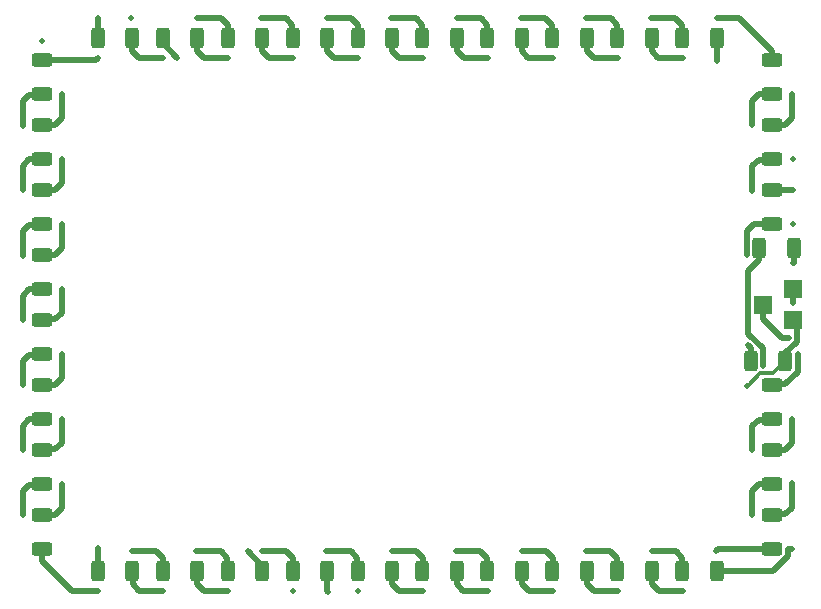
<source format=gbr>
%TF.GenerationSoftware,KiCad,Pcbnew,(7.0.0)*%
%TF.CreationDate,2023-07-18T21:43:11+02:00*%
%TF.ProjectId,Catcar_Ringlight,43617463-6172-45f5-9269-6e676c696768,1.0*%
%TF.SameCoordinates,Original*%
%TF.FileFunction,Copper,L4,Bot*%
%TF.FilePolarity,Positive*%
%FSLAX46Y46*%
G04 Gerber Fmt 4.6, Leading zero omitted, Abs format (unit mm)*
G04 Created by KiCad (PCBNEW (7.0.0)) date 2023-07-18 21:43:11*
%MOMM*%
%LPD*%
G01*
G04 APERTURE LIST*
G04 Aperture macros list*
%AMRoundRect*
0 Rectangle with rounded corners*
0 $1 Rounding radius*
0 $2 $3 $4 $5 $6 $7 $8 $9 X,Y pos of 4 corners*
0 Add a 4 corners polygon primitive as box body*
4,1,4,$2,$3,$4,$5,$6,$7,$8,$9,$2,$3,0*
0 Add four circle primitives for the rounded corners*
1,1,$1+$1,$2,$3*
1,1,$1+$1,$4,$5*
1,1,$1+$1,$6,$7*
1,1,$1+$1,$8,$9*
0 Add four rect primitives between the rounded corners*
20,1,$1+$1,$2,$3,$4,$5,0*
20,1,$1+$1,$4,$5,$6,$7,0*
20,1,$1+$1,$6,$7,$8,$9,0*
20,1,$1+$1,$8,$9,$2,$3,0*%
G04 Aperture macros list end*
%TA.AperFunction,SMDPad,CuDef*%
%ADD10R,1.500000X1.500000*%
%TD*%
%TA.AperFunction,SMDPad,CuDef*%
%ADD11RoundRect,0.250000X0.625000X-0.312500X0.625000X0.312500X-0.625000X0.312500X-0.625000X-0.312500X0*%
%TD*%
%TA.AperFunction,SMDPad,CuDef*%
%ADD12RoundRect,0.250000X0.312500X0.625000X-0.312500X0.625000X-0.312500X-0.625000X0.312500X-0.625000X0*%
%TD*%
%TA.AperFunction,SMDPad,CuDef*%
%ADD13RoundRect,0.250000X-0.625000X0.312500X-0.625000X-0.312500X0.625000X-0.312500X0.625000X0.312500X0*%
%TD*%
%TA.AperFunction,SMDPad,CuDef*%
%ADD14RoundRect,0.250000X-0.312500X-0.625000X0.312500X-0.625000X0.312500X0.625000X-0.312500X0.625000X0*%
%TD*%
%TA.AperFunction,ViaPad*%
%ADD15C,0.500000*%
%TD*%
%TA.AperFunction,Conductor*%
%ADD16C,0.500000*%
%TD*%
%TA.AperFunction,Conductor*%
%ADD17C,0.350000*%
%TD*%
G04 APERTURE END LIST*
D10*
%TO.P,J3,1,Pin_1*%
%TO.N,VCCO*%
X132649999Y-101349999D03*
%TD*%
%TO.P,J2,1,Pin_1*%
%TO.N,GND*%
X130099999Y-100049999D03*
%TD*%
%TO.P,J1,1,Pin_1*%
%TO.N,VCCW*%
X132649999Y-98749999D03*
%TD*%
D11*
%TO.P,R36,1*%
%TO.N,Net-(D35-K)*%
X69100000Y-82262500D03*
%TO.P,R36,2*%
%TO.N,Net-(D36-A)*%
X69100000Y-79337500D03*
%TD*%
%TO.P,R35,1*%
%TO.N,Net-(D34-K)*%
X69100000Y-93262500D03*
%TO.P,R35,2*%
%TO.N,Net-(D35-A)*%
X69100000Y-90337500D03*
%TD*%
%TO.P,R34,1*%
%TO.N,Net-(D33-K)*%
X69100000Y-104262500D03*
%TO.P,R34,2*%
%TO.N,Net-(D34-A)*%
X69100000Y-101337500D03*
%TD*%
%TO.P,R33,1*%
%TO.N,Net-(D32-K)*%
X69100000Y-115262500D03*
%TO.P,R33,2*%
%TO.N,Net-(D33-A)*%
X69100000Y-112337500D03*
%TD*%
D12*
%TO.P,R32,1*%
%TO.N,Net-(D31-K)*%
X76712500Y-122600000D03*
%TO.P,R32,2*%
%TO.N,Net-(D32-A)*%
X73787500Y-122600000D03*
%TD*%
%TO.P,R31,1*%
%TO.N,VCCO*%
X87712500Y-122600000D03*
%TO.P,R31,2*%
%TO.N,Net-(D31-A)*%
X84787500Y-122600000D03*
%TD*%
D11*
%TO.P,R30,1*%
%TO.N,Net-(D29-K)*%
X69100000Y-87762500D03*
%TO.P,R30,2*%
%TO.N,Net-(D30-A)*%
X69100000Y-84837500D03*
%TD*%
%TO.P,R29,1*%
%TO.N,Net-(D28-K)*%
X69100000Y-98762500D03*
%TO.P,R29,2*%
%TO.N,Net-(D29-A)*%
X69100000Y-95837500D03*
%TD*%
%TO.P,R28,1*%
%TO.N,Net-(D27-K)*%
X69100000Y-109762500D03*
%TO.P,R28,2*%
%TO.N,Net-(D28-A)*%
X69100000Y-106837500D03*
%TD*%
%TO.P,R27,1*%
%TO.N,Net-(D26-K)*%
X69100000Y-120762500D03*
%TO.P,R27,2*%
%TO.N,Net-(D27-A)*%
X69100000Y-117837500D03*
%TD*%
D12*
%TO.P,R26,1*%
%TO.N,Net-(D25-K)*%
X82212500Y-122600000D03*
%TO.P,R26,2*%
%TO.N,Net-(D26-A)*%
X79287500Y-122600000D03*
%TD*%
%TO.P,R25,1*%
%TO.N,VCCW*%
X93212500Y-122600000D03*
%TO.P,R25,2*%
%TO.N,Net-(D25-A)*%
X90287500Y-122600000D03*
%TD*%
%TO.P,R24,2*%
%TO.N,Net-(D24-A)*%
X95787500Y-122600000D03*
%TO.P,R24,1*%
%TO.N,Net-(D23-K)*%
X98712500Y-122600000D03*
%TD*%
%TO.P,R23,2*%
%TO.N,Net-(D23-A)*%
X106787500Y-122600000D03*
%TO.P,R23,1*%
%TO.N,Net-(D22-K)*%
X109712500Y-122600000D03*
%TD*%
%TO.P,R22,2*%
%TO.N,Net-(D22-A)*%
X117787500Y-122600000D03*
%TO.P,R22,1*%
%TO.N,Net-(D21-K)*%
X120712500Y-122600000D03*
%TD*%
D13*
%TO.P,R21,2*%
%TO.N,Net-(D21-A)*%
X130900000Y-120762500D03*
%TO.P,R21,1*%
%TO.N,Net-(D20-K)*%
X130900000Y-117837500D03*
%TD*%
%TO.P,R20,1*%
%TO.N,Net-(D19-K)*%
X130900000Y-106837500D03*
%TO.P,R20,2*%
%TO.N,Net-(D20-A)*%
X130900000Y-109762500D03*
%TD*%
D12*
%TO.P,R19,1*%
%TO.N,VCCO*%
X132012500Y-104850000D03*
%TO.P,R19,2*%
%TO.N,Net-(D19-A)*%
X129087500Y-104850000D03*
%TD*%
%TO.P,R18,2*%
%TO.N,Net-(D18-A)*%
X101287500Y-122600000D03*
%TO.P,R18,1*%
%TO.N,Net-(D17-K)*%
X104212500Y-122600000D03*
%TD*%
%TO.P,R17,2*%
%TO.N,Net-(D17-A)*%
X112287500Y-122600000D03*
%TO.P,R17,1*%
%TO.N,Net-(D16-K)*%
X115212500Y-122600000D03*
%TD*%
%TO.P,R16,2*%
%TO.N,Net-(D16-A)*%
X123287500Y-122600000D03*
%TO.P,R16,1*%
%TO.N,Net-(D15-K)*%
X126212500Y-122600000D03*
%TD*%
D13*
%TO.P,R15,1*%
%TO.N,Net-(D14-K)*%
X130900000Y-112337500D03*
%TO.P,R15,2*%
%TO.N,Net-(D15-A)*%
X130900000Y-115262500D03*
%TD*%
D12*
%TO.P,R14,2*%
%TO.N,Net-(D14-A)*%
X129787500Y-95250000D03*
%TO.P,R14,1*%
%TO.N,Net-(D13-K)*%
X132712500Y-95250000D03*
%TD*%
D13*
%TO.P,R13,1*%
%TO.N,VCCW*%
X130900000Y-90337500D03*
%TO.P,R13,2*%
%TO.N,Net-(D13-A)*%
X130900000Y-93262500D03*
%TD*%
%TO.P,R12,2*%
%TO.N,Net-(D12-A)*%
X130900000Y-87762500D03*
%TO.P,R12,1*%
%TO.N,Net-(D11-K)*%
X130900000Y-84837500D03*
%TD*%
D14*
%TO.P,R11,1*%
%TO.N,Net-(D10-K)*%
X123287500Y-77500000D03*
%TO.P,R11,2*%
%TO.N,Net-(D11-A)*%
X126212500Y-77500000D03*
%TD*%
%TO.P,R10,1*%
%TO.N,Net-(D9-K)*%
X112287500Y-77500000D03*
%TO.P,R10,2*%
%TO.N,Net-(D10-A)*%
X115212500Y-77500000D03*
%TD*%
D13*
%TO.P,R6,2*%
%TO.N,Net-(D6-A)*%
X130900000Y-82262500D03*
%TO.P,R6,1*%
%TO.N,Net-(D5-K)*%
X130900000Y-79337500D03*
%TD*%
D14*
%TO.P,R5,1*%
%TO.N,Net-(D4-K)*%
X117787500Y-77500000D03*
%TO.P,R5,2*%
%TO.N,Net-(D5-A)*%
X120712500Y-77500000D03*
%TD*%
%TO.P,R4,1*%
%TO.N,Net-(D3-K)*%
X106787500Y-77500000D03*
%TO.P,R4,2*%
%TO.N,Net-(D4-A)*%
X109712500Y-77500000D03*
%TD*%
%TO.P,R9,1*%
%TO.N,Net-(D8-K)*%
X101287500Y-77500000D03*
%TO.P,R9,2*%
%TO.N,Net-(D9-A)*%
X104212500Y-77500000D03*
%TD*%
%TO.P,R8,1*%
%TO.N,Net-(D7-K)*%
X90287500Y-77500000D03*
%TO.P,R8,2*%
%TO.N,Net-(D8-A)*%
X93212500Y-77500000D03*
%TD*%
%TO.P,R7,1*%
%TO.N,VCCO*%
X79287500Y-77500000D03*
%TO.P,R7,2*%
%TO.N,Net-(D7-A)*%
X82212500Y-77500000D03*
%TD*%
%TO.P,R3,1*%
%TO.N,Net-(D2-K)*%
X95787500Y-77500000D03*
%TO.P,R3,2*%
%TO.N,Net-(D3-A)*%
X98712500Y-77500000D03*
%TD*%
%TO.P,R2,1*%
%TO.N,Net-(D1-K)*%
X84787500Y-77500000D03*
%TO.P,R2,2*%
%TO.N,Net-(D2-A)*%
X87712500Y-77500000D03*
%TD*%
%TO.P,R1,2*%
%TO.N,Net-(D1-A)*%
X76712500Y-77500000D03*
%TO.P,R1,1*%
%TO.N,VCCW*%
X73787500Y-77500000D03*
%TD*%
D15*
%TO.N,VCCO*%
X128800000Y-106950000D03*
X80500000Y-79150000D03*
X86500000Y-120950000D03*
%TO.N,GND*%
X132300000Y-102900000D03*
%TO.N,VCCW*%
X132650000Y-99900000D03*
X73800000Y-75750000D03*
X93250000Y-124349502D03*
X132650000Y-90350000D03*
%TO.N,GND*%
X90350000Y-124300000D03*
X132650000Y-87750000D03*
X132650000Y-93200000D03*
X95850000Y-124300000D03*
X69100000Y-77750000D03*
X76650000Y-75800000D03*
%TO.N,Net-(D14-A)*%
X130100000Y-105249502D03*
%TO.N,Net-(D13-K)*%
X132700000Y-96550000D03*
%TO.N,Net-(D19-A)*%
X128850000Y-103500000D03*
%TO.N,Net-(D33-A)*%
X70775000Y-109700000D03*
%TO.N,Net-(D32-A)*%
X73800000Y-120700000D03*
%TO.N,Net-(D32-K)*%
X67425000Y-117900000D03*
%TO.N,Net-(D31-A)*%
X82150000Y-120925000D03*
%TO.N,Net-(D31-K)*%
X79350000Y-124275000D03*
%TO.N,Net-(D27-A)*%
X70775000Y-115225000D03*
%TO.N,Net-(D26-A)*%
X76677500Y-120925000D03*
%TO.N,Net-(D26-K)*%
X73825000Y-124275000D03*
%TO.N,Net-(D25-A)*%
X87675000Y-120925000D03*
%TO.N,Net-(D25-K)*%
X84822500Y-124275000D03*
%TO.N,Net-(D29-A)*%
X70775000Y-93237500D03*
%TO.N,Net-(D28-A)*%
X70775000Y-104237500D03*
%TO.N,Net-(D30-A)*%
X70775000Y-82237500D03*
%TO.N,Net-(D34-A)*%
X70775000Y-98700000D03*
%TO.N,Net-(D35-A)*%
X70775000Y-87700000D03*
%TO.N,Net-(D36-A)*%
X73850000Y-79175000D03*
%TO.N,Net-(D27-K)*%
X67425000Y-112375000D03*
%TO.N,Net-(D28-K)*%
X67425000Y-101375000D03*
%TO.N,Net-(D29-K)*%
X67425000Y-90350000D03*
%TO.N,Net-(D33-K)*%
X67425000Y-106900000D03*
%TO.N,Net-(D34-K)*%
X67425000Y-95900000D03*
%TO.N,Net-(D35-K)*%
X67425000Y-84900000D03*
%TO.N,Net-(D21-A)*%
X126150000Y-120925000D03*
%TO.N,Net-(D20-A)*%
X129225000Y-112400000D03*
%TO.N,Net-(D20-K)*%
X132575000Y-115200000D03*
%TO.N,Net-(D19-K)*%
X133100000Y-104200000D03*
%TO.N,Net-(D15-A)*%
X129225000Y-117875000D03*
%TO.N,Net-(D14-K)*%
X132575000Y-109725000D03*
%TO.N,Net-(D13-A)*%
X128750000Y-95875000D03*
%TO.N,Net-(D17-A)*%
X109687500Y-120925000D03*
%TO.N,Net-(D16-A)*%
X120687500Y-120925000D03*
%TO.N,Net-(D18-A)*%
X98687500Y-120925000D03*
%TO.N,Net-(D22-A)*%
X115150000Y-120925000D03*
%TO.N,Net-(D23-A)*%
X104150000Y-120925000D03*
%TO.N,Net-(D24-A)*%
X93150000Y-120925000D03*
%TO.N,Net-(D15-K)*%
X132575000Y-120725000D03*
%TO.N,Net-(D16-K)*%
X117825000Y-124275000D03*
%TO.N,Net-(D17-K)*%
X106800000Y-124275000D03*
%TO.N,Net-(D21-K)*%
X123350000Y-124275000D03*
%TO.N,Net-(D22-K)*%
X112350000Y-124275000D03*
%TO.N,Net-(D23-K)*%
X101350000Y-124275000D03*
%TO.N,Net-(D11-K)*%
X132575000Y-82200000D03*
%TO.N,Net-(D10-K)*%
X120650000Y-75825000D03*
%TO.N,Net-(D9-K)*%
X109650000Y-75825000D03*
%TO.N,Net-(D5-K)*%
X126200000Y-75825000D03*
%TO.N,Net-(D4-K)*%
X115175000Y-75825000D03*
%TO.N,Net-(D3-K)*%
X104175000Y-75825000D03*
%TO.N,Net-(D12-A)*%
X129225000Y-90400000D03*
%TO.N,Net-(D11-A)*%
X126250000Y-79400000D03*
%TO.N,Net-(D10-A)*%
X117850000Y-79175000D03*
%TO.N,Net-(D6-A)*%
X129225000Y-84862500D03*
%TO.N,Net-(D4-A)*%
X112312500Y-79175000D03*
%TO.N,Net-(D5-A)*%
X123312500Y-79175000D03*
%TO.N,Net-(D1-K)*%
X82177500Y-75825000D03*
%TO.N,Net-(D1-A)*%
X79325000Y-79175000D03*
%TO.N,Net-(D2-K)*%
X93175000Y-75825000D03*
%TO.N,Net-(D2-A)*%
X90322500Y-79175000D03*
%TO.N,Net-(D3-A)*%
X101325000Y-79175000D03*
%TO.N,Net-(D7-K)*%
X87650000Y-75825000D03*
%TO.N,Net-(D7-A)*%
X84850000Y-79175000D03*
%TO.N,Net-(D8-K)*%
X98650000Y-75825000D03*
%TO.N,Net-(D8-A)*%
X95850000Y-79175000D03*
%TO.N,Net-(D9-A)*%
X106850000Y-79175000D03*
%TD*%
D16*
%TO.N,VCCO*%
X132012500Y-104177449D02*
X132012500Y-104850000D01*
X133000000Y-103189949D02*
X132012500Y-104177449D01*
X133000000Y-101700000D02*
X133000000Y-103189949D01*
X132650000Y-101350000D02*
X133000000Y-101700000D01*
D17*
X128808883Y-106950000D02*
X128800000Y-106950000D01*
X129884381Y-105874502D02*
X128808883Y-106950000D01*
X130987998Y-105874502D02*
X129884381Y-105874502D01*
X132012500Y-104850000D02*
X130987998Y-105874502D01*
D16*
%TO.N,Net-(D14-A)*%
X128850000Y-102510050D02*
X128850000Y-97250000D01*
X130100000Y-103760050D02*
X128850000Y-102510050D01*
X130100000Y-105249502D02*
X130100000Y-103760050D01*
X128850000Y-97250000D02*
X129787500Y-96312500D01*
X129787500Y-96312500D02*
X129787500Y-95250000D01*
%TO.N,VCCO*%
X79287500Y-77937500D02*
X80500000Y-79150000D01*
X79287500Y-77500000D02*
X79287500Y-77937500D01*
X87712500Y-122162500D02*
X86500000Y-120950000D01*
X87712500Y-122600000D02*
X87712500Y-122162500D01*
%TO.N,GND*%
X131700000Y-102900000D02*
X132300000Y-102900000D01*
X130100000Y-101300000D02*
X131700000Y-102900000D01*
X130100000Y-100050000D02*
X130100000Y-101300000D01*
%TO.N,VCCW*%
X132650000Y-98750000D02*
X132650000Y-99900000D01*
X73787500Y-75762500D02*
X73800000Y-75750000D01*
X73787500Y-77500000D02*
X73787500Y-75762500D01*
X93212500Y-124312002D02*
X93250000Y-124349502D01*
X93212500Y-122600000D02*
X93212500Y-124312002D01*
X132637500Y-90337500D02*
X132650000Y-90350000D01*
X130900000Y-90337500D02*
X132637500Y-90337500D01*
%TO.N,Net-(D11-A)*%
X126250000Y-77537500D02*
X126212500Y-77500000D01*
X126250000Y-79400000D02*
X126250000Y-77537500D01*
%TO.N,Net-(D32-A)*%
X73800000Y-122587500D02*
X73787500Y-122600000D01*
X73800000Y-120700000D02*
X73800000Y-122587500D01*
%TO.N,Net-(D13-K)*%
X132712500Y-96537500D02*
X132700000Y-96550000D01*
X132712500Y-95250000D02*
X132712500Y-96537500D01*
%TO.N,Net-(D19-A)*%
X129087500Y-103737500D02*
X128850000Y-103500000D01*
X129087500Y-104850000D02*
X129087500Y-103737500D01*
%TO.N,Net-(D19-K)*%
X132012500Y-106812500D02*
X130900000Y-106812500D01*
X133100000Y-105725000D02*
X132012500Y-106812500D01*
X133100000Y-104200000D02*
X133100000Y-105725000D01*
%TO.N,Net-(D13-A)*%
X129337500Y-93262500D02*
X130900000Y-93262500D01*
X128750000Y-93850000D02*
X129337500Y-93262500D01*
X128750000Y-95875000D02*
X128750000Y-93850000D01*
%TO.N,Net-(D5-K)*%
X130900000Y-78600000D02*
X130900000Y-79337500D01*
X126200000Y-75825000D02*
X128125000Y-75825000D01*
X128125000Y-75825000D02*
X130900000Y-78600000D01*
%TO.N,Net-(D15-K)*%
X132225000Y-120750000D02*
X132225000Y-121364949D01*
X132250000Y-120725000D02*
X132225000Y-120750000D01*
X132225000Y-121364949D02*
X130989949Y-122600000D01*
X132575000Y-120725000D02*
X132250000Y-120725000D01*
X130989949Y-122600000D02*
X126212500Y-122600000D01*
%TO.N,Net-(D21-A)*%
X126312500Y-120762500D02*
X126150000Y-120925000D01*
X130900000Y-120762500D02*
X126312500Y-120762500D01*
%TO.N,Net-(D26-K)*%
X69100000Y-121800000D02*
X69100000Y-120762500D01*
X71575000Y-124275000D02*
X69100000Y-121800000D01*
X73825000Y-124275000D02*
X71575000Y-124275000D01*
%TO.N,Net-(D36-A)*%
X73687500Y-79337500D02*
X73850000Y-79175000D01*
X69100000Y-79337500D02*
X73687500Y-79337500D01*
%TO.N,Net-(D33-A)*%
X70212500Y-112312500D02*
X69100000Y-112312500D01*
X70775000Y-111750000D02*
X70212500Y-112312500D01*
%TO.N,Net-(D32-K)*%
X67425000Y-115850000D02*
X67987500Y-115287500D01*
X67987500Y-115287500D02*
X69100000Y-115287500D01*
%TO.N,Net-(D31-A)*%
X84762500Y-121487500D02*
X84762500Y-122600000D01*
X84200000Y-120925000D02*
X84762500Y-121487500D01*
%TO.N,Net-(D31-K)*%
X76737500Y-123712500D02*
X76737500Y-122600000D01*
X77300000Y-124275000D02*
X76737500Y-123712500D01*
%TO.N,Net-(D27-A)*%
X70775000Y-117275000D02*
X70212500Y-117837500D01*
X70212500Y-117837500D02*
X69100000Y-117837500D01*
%TO.N,Net-(D26-A)*%
X78727500Y-120925000D02*
X79290000Y-121487500D01*
X79290000Y-121487500D02*
X79290000Y-122600000D01*
%TO.N,Net-(D25-A)*%
X90287500Y-121487500D02*
X90287500Y-122600000D01*
X89725000Y-120925000D02*
X90287500Y-121487500D01*
%TO.N,Net-(D25-K)*%
X82210000Y-123712500D02*
X82210000Y-122600000D01*
X82772500Y-124275000D02*
X82210000Y-123712500D01*
%TO.N,Net-(D29-A)*%
X70775000Y-95287500D02*
X70212500Y-95850000D01*
X70212500Y-95850000D02*
X69100000Y-95850000D01*
%TO.N,Net-(D28-A)*%
X70775000Y-106287500D02*
X70212500Y-106850000D01*
X70212500Y-106850000D02*
X69100000Y-106850000D01*
%TO.N,Net-(D30-A)*%
X70775000Y-84287500D02*
X70212500Y-84850000D01*
X70212500Y-84850000D02*
X69100000Y-84850000D01*
%TO.N,Net-(D34-A)*%
X70212500Y-101312500D02*
X69100000Y-101312500D01*
X70775000Y-100750000D02*
X70212500Y-101312500D01*
%TO.N,Net-(D35-A)*%
X70212500Y-90312500D02*
X69100000Y-90312500D01*
X70775000Y-89750000D02*
X70212500Y-90312500D01*
%TO.N,Net-(D27-K)*%
X67425000Y-110325000D02*
X67987500Y-109762500D01*
X67987500Y-109762500D02*
X69100000Y-109762500D01*
%TO.N,Net-(D28-K)*%
X67425000Y-99325000D02*
X67987500Y-98762500D01*
X67987500Y-98762500D02*
X69100000Y-98762500D01*
%TO.N,Net-(D29-K)*%
X67425000Y-88300000D02*
X67987500Y-87737500D01*
X67987500Y-87737500D02*
X69100000Y-87737500D01*
%TO.N,Net-(D33-K)*%
X67425000Y-104850000D02*
X67987500Y-104287500D01*
X67987500Y-104287500D02*
X69100000Y-104287500D01*
%TO.N,Net-(D34-K)*%
X67425000Y-93850000D02*
X67987500Y-93287500D01*
X67987500Y-93287500D02*
X69100000Y-93287500D01*
%TO.N,Net-(D35-K)*%
X67425000Y-82850000D02*
X67987500Y-82287500D01*
X67987500Y-82287500D02*
X69100000Y-82287500D01*
%TO.N,Net-(D25-A)*%
X89725000Y-120925000D02*
X87675000Y-120925000D01*
%TO.N,Net-(D31-A)*%
X84200000Y-120925000D02*
X82150000Y-120925000D01*
%TO.N,Net-(D26-A)*%
X78727500Y-120925000D02*
X76677500Y-120925000D01*
%TO.N,Net-(D27-A)*%
X70775000Y-117275000D02*
X70775000Y-115225000D01*
%TO.N,Net-(D33-A)*%
X70775000Y-111750000D02*
X70775000Y-109700000D01*
%TO.N,Net-(D28-A)*%
X70775000Y-106287500D02*
X70775000Y-104237500D01*
%TO.N,Net-(D34-A)*%
X70775000Y-100750000D02*
X70775000Y-98700000D01*
%TO.N,Net-(D29-A)*%
X70775000Y-95287500D02*
X70775000Y-93237500D01*
%TO.N,Net-(D35-A)*%
X70775000Y-89750000D02*
X70775000Y-87700000D01*
%TO.N,Net-(D30-A)*%
X70775000Y-84287500D02*
X70775000Y-82237500D01*
%TO.N,Net-(D35-K)*%
X67425000Y-82850000D02*
X67425000Y-84900000D01*
%TO.N,Net-(D29-K)*%
X67425000Y-88300000D02*
X67425000Y-90350000D01*
%TO.N,Net-(D34-K)*%
X67425000Y-93850000D02*
X67425000Y-95900000D01*
%TO.N,Net-(D28-K)*%
X67425000Y-99325000D02*
X67425000Y-101375000D01*
%TO.N,Net-(D33-K)*%
X67425000Y-104850000D02*
X67425000Y-106900000D01*
%TO.N,Net-(D27-K)*%
X67425000Y-110325000D02*
X67425000Y-112375000D01*
%TO.N,Net-(D32-K)*%
X67425000Y-115850000D02*
X67425000Y-117900000D01*
%TO.N,Net-(D31-K)*%
X77300000Y-124275000D02*
X79350000Y-124275000D01*
%TO.N,Net-(D25-K)*%
X82772500Y-124275000D02*
X84822500Y-124275000D01*
%TO.N,Net-(D20-A)*%
X129225000Y-110350000D02*
X129787500Y-109787500D01*
X129787500Y-109787500D02*
X130900000Y-109787500D01*
%TO.N,Net-(D20-K)*%
X132575000Y-117250000D02*
X132012500Y-117812500D01*
X132012500Y-117812500D02*
X130900000Y-117812500D01*
%TO.N,Net-(D15-A)*%
X129225000Y-115825000D02*
X129787500Y-115262500D01*
X129787500Y-115262500D02*
X130900000Y-115262500D01*
%TO.N,Net-(D14-K)*%
X132012500Y-112337500D02*
X130900000Y-112337500D01*
X132575000Y-111775000D02*
X132012500Y-112337500D01*
%TO.N,Net-(D17-A)*%
X111737500Y-120925000D02*
X112300000Y-121487500D01*
X112300000Y-121487500D02*
X112300000Y-122600000D01*
%TO.N,Net-(D16-A)*%
X122737500Y-120925000D02*
X123300000Y-121487500D01*
X123300000Y-121487500D02*
X123300000Y-122600000D01*
%TO.N,Net-(D18-A)*%
X100737500Y-120925000D02*
X101300000Y-121487500D01*
X101300000Y-121487500D02*
X101300000Y-122600000D01*
%TO.N,Net-(D22-A)*%
X117762500Y-121487500D02*
X117762500Y-122600000D01*
X117200000Y-120925000D02*
X117762500Y-121487500D01*
%TO.N,Net-(D23-A)*%
X106762500Y-121487500D02*
X106762500Y-122600000D01*
X106200000Y-120925000D02*
X106762500Y-121487500D01*
%TO.N,Net-(D24-A)*%
X95762500Y-121487500D02*
X95762500Y-122600000D01*
X95200000Y-120925000D02*
X95762500Y-121487500D01*
%TO.N,Net-(D16-K)*%
X115775000Y-124275000D02*
X115212500Y-123712500D01*
X115212500Y-123712500D02*
X115212500Y-122600000D01*
%TO.N,Net-(D17-K)*%
X104750000Y-124275000D02*
X104187500Y-123712500D01*
X104187500Y-123712500D02*
X104187500Y-122600000D01*
%TO.N,Net-(D21-K)*%
X121300000Y-124275000D02*
X120737500Y-123712500D01*
X120737500Y-123712500D02*
X120737500Y-122600000D01*
%TO.N,Net-(D22-K)*%
X110300000Y-124275000D02*
X109737500Y-123712500D01*
X109737500Y-123712500D02*
X109737500Y-122600000D01*
%TO.N,Net-(D23-K)*%
X99300000Y-124275000D02*
X98737500Y-123712500D01*
X98737500Y-123712500D02*
X98737500Y-122600000D01*
%TO.N,Net-(D20-A)*%
X129225000Y-110350000D02*
X129225000Y-112400000D01*
%TO.N,Net-(D15-A)*%
X129225000Y-115825000D02*
X129225000Y-117875000D01*
%TO.N,Net-(D16-A)*%
X122737500Y-120925000D02*
X120687500Y-120925000D01*
%TO.N,Net-(D22-A)*%
X117200000Y-120925000D02*
X115150000Y-120925000D01*
%TO.N,Net-(D17-A)*%
X111737500Y-120925000D02*
X109687500Y-120925000D01*
%TO.N,Net-(D23-A)*%
X106200000Y-120925000D02*
X104150000Y-120925000D01*
%TO.N,Net-(D18-A)*%
X100737500Y-120925000D02*
X98687500Y-120925000D01*
%TO.N,Net-(D24-A)*%
X95200000Y-120925000D02*
X93150000Y-120925000D01*
%TO.N,Net-(D23-K)*%
X99300000Y-124275000D02*
X101350000Y-124275000D01*
%TO.N,Net-(D17-K)*%
X104750000Y-124275000D02*
X106800000Y-124275000D01*
%TO.N,Net-(D22-K)*%
X110300000Y-124275000D02*
X112350000Y-124275000D01*
%TO.N,Net-(D16-K)*%
X115775000Y-124275000D02*
X117825000Y-124275000D01*
%TO.N,Net-(D21-K)*%
X121300000Y-124275000D02*
X123350000Y-124275000D01*
%TO.N,Net-(D20-K)*%
X132575000Y-117250000D02*
X132575000Y-115200000D01*
%TO.N,Net-(D14-K)*%
X132575000Y-111775000D02*
X132575000Y-109725000D01*
%TO.N,Net-(D1-K)*%
X84227500Y-75825000D02*
X82177500Y-75825000D01*
%TO.N,Net-(D7-K)*%
X89700000Y-75825000D02*
X87650000Y-75825000D01*
%TO.N,Net-(D2-K)*%
X95225000Y-75825000D02*
X93175000Y-75825000D01*
%TO.N,Net-(D8-K)*%
X100700000Y-75825000D02*
X98650000Y-75825000D01*
%TO.N,Net-(D3-K)*%
X106225000Y-75825000D02*
X104175000Y-75825000D01*
%TO.N,Net-(D9-K)*%
X111700000Y-75825000D02*
X109650000Y-75825000D01*
%TO.N,Net-(D4-K)*%
X117225000Y-75825000D02*
X115175000Y-75825000D01*
%TO.N,Net-(D10-K)*%
X122700000Y-75825000D02*
X120650000Y-75825000D01*
%TO.N,Net-(D11-K)*%
X132575000Y-84250000D02*
X132575000Y-82200000D01*
%TO.N,Net-(D12-A)*%
X129225000Y-88350000D02*
X129225000Y-90400000D01*
%TO.N,Net-(D6-A)*%
X129225000Y-82812500D02*
X129225000Y-84862500D01*
%TO.N,Net-(D5-A)*%
X121262500Y-79175000D02*
X123312500Y-79175000D01*
%TO.N,Net-(D10-A)*%
X115800000Y-79175000D02*
X117850000Y-79175000D01*
%TO.N,Net-(D4-A)*%
X110262500Y-79175000D02*
X112312500Y-79175000D01*
%TO.N,Net-(D9-A)*%
X104800000Y-79175000D02*
X106850000Y-79175000D01*
%TO.N,Net-(D3-A)*%
X99275000Y-79175000D02*
X101325000Y-79175000D01*
%TO.N,Net-(D8-A)*%
X93800000Y-79175000D02*
X95850000Y-79175000D01*
%TO.N,Net-(D2-A)*%
X88272500Y-79175000D02*
X90322500Y-79175000D01*
%TO.N,Net-(D7-A)*%
X82800000Y-79175000D02*
X84850000Y-79175000D01*
%TO.N,Net-(D1-A)*%
X77275000Y-79175000D02*
X79325000Y-79175000D01*
%TO.N,Net-(D11-K)*%
X132012500Y-84812500D02*
X130900000Y-84812500D01*
X132575000Y-84250000D02*
X132012500Y-84812500D01*
%TO.N,Net-(D10-K)*%
X123262500Y-76387500D02*
X123262500Y-77500000D01*
X122700000Y-75825000D02*
X123262500Y-76387500D01*
%TO.N,Net-(D9-K)*%
X112262500Y-76387500D02*
X112262500Y-77500000D01*
X111700000Y-75825000D02*
X112262500Y-76387500D01*
%TO.N,Net-(D4-K)*%
X117787500Y-76387500D02*
X117787500Y-77500000D01*
X117225000Y-75825000D02*
X117787500Y-76387500D01*
%TO.N,Net-(D3-K)*%
X106787500Y-76387500D02*
X106787500Y-77500000D01*
X106225000Y-75825000D02*
X106787500Y-76387500D01*
%TO.N,Net-(D12-A)*%
X129225000Y-88350000D02*
X129787500Y-87787500D01*
X129787500Y-87787500D02*
X130900000Y-87787500D01*
%TO.N,Net-(D10-A)*%
X115800000Y-79175000D02*
X115237500Y-78612500D01*
X115237500Y-78612500D02*
X115237500Y-77500000D01*
%TO.N,Net-(D6-A)*%
X129787500Y-82250000D02*
X130900000Y-82250000D01*
X129225000Y-82812500D02*
X129787500Y-82250000D01*
%TO.N,Net-(D4-A)*%
X109700000Y-78612500D02*
X109700000Y-77500000D01*
X110262500Y-79175000D02*
X109700000Y-78612500D01*
%TO.N,Net-(D5-A)*%
X120700000Y-78612500D02*
X120700000Y-77500000D01*
X121262500Y-79175000D02*
X120700000Y-78612500D01*
%TO.N,Net-(D1-K)*%
X84227500Y-75825000D02*
X84790000Y-76387500D01*
X84790000Y-76387500D02*
X84790000Y-77500000D01*
%TO.N,Net-(D1-A)*%
X77275000Y-79175000D02*
X76712500Y-78612500D01*
X76712500Y-78612500D02*
X76712500Y-77500000D01*
%TO.N,Net-(D2-K)*%
X95225000Y-75825000D02*
X95787500Y-76387500D01*
X95787500Y-76387500D02*
X95787500Y-77500000D01*
%TO.N,Net-(D2-A)*%
X87710000Y-78612500D02*
X87710000Y-77500000D01*
X88272500Y-79175000D02*
X87710000Y-78612500D01*
%TO.N,Net-(D3-A)*%
X98712500Y-78612500D02*
X98712500Y-77500000D01*
X99275000Y-79175000D02*
X98712500Y-78612500D01*
%TO.N,Net-(D7-K)*%
X89700000Y-75825000D02*
X90262500Y-76387500D01*
X90262500Y-76387500D02*
X90262500Y-77500000D01*
%TO.N,Net-(D7-A)*%
X82800000Y-79175000D02*
X82237500Y-78612500D01*
X82237500Y-78612500D02*
X82237500Y-77500000D01*
%TO.N,Net-(D8-K)*%
X101262500Y-76387500D02*
X101262500Y-77500000D01*
X100700000Y-75825000D02*
X101262500Y-76387500D01*
%TO.N,Net-(D8-A)*%
X93237500Y-78612500D02*
X93237500Y-77500000D01*
X93800000Y-79175000D02*
X93237500Y-78612500D01*
%TO.N,Net-(D9-A)*%
X104800000Y-79175000D02*
X104237500Y-78612500D01*
X104237500Y-78612500D02*
X104237500Y-77500000D01*
%TD*%
M02*

</source>
